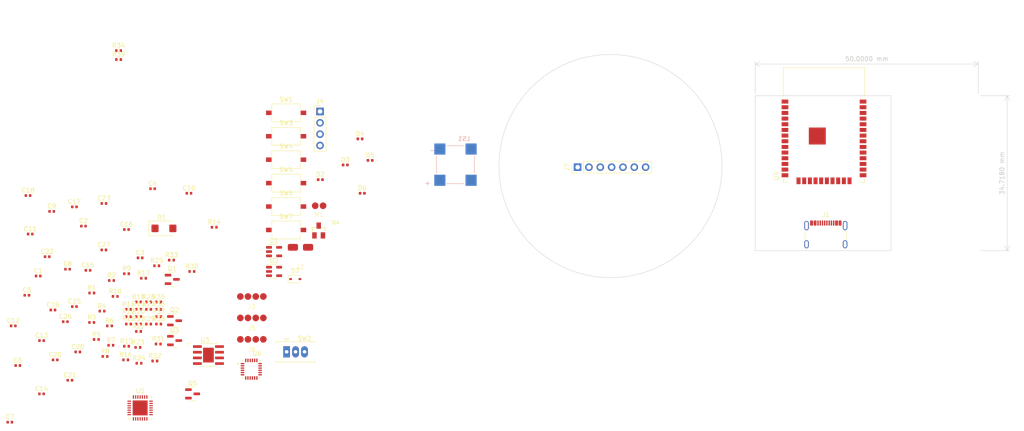
<source format=kicad_pcb>
(kicad_pcb (version 20221018) (generator pcbnew)
  (layers (0 "F.Cu" signal) (1 "In1.Cu" signal) (2 "In2.Cu" signal) (31 "B.Cu" signal) (34 "B.Paste" user) (35 "F.Paste" user) (36 "B.SilkS" user "B.Silkscreen") (37 "F.SilkS" user "F.Silkscreen") (38 "B.Mask" user) (39 "F.Mask" user) (44 "Edge.Cuts" user))
  (net 0 "")
  (net 1 "GND")
  (net 2 "+5V")
  (net 3 "VBUS")
  (net 4 "+3.3V")
  (net 5 "/IO0")
  (net 6 "Net-(U6-REGOUT)")
  (net 7 "Net-(U6-CPOUT)")
  (net 8 "/Mode")
  (net 9 "/Down")
  (net 10 "/Select")
  (net 11 "/Up")
  (net 12 "Net-(D2-A)")
  (net 13 "Net-(D3-K)")
  (net 14 "Net-(D4-K)")
  (net 15 "/RX")
  (net 16 "Net-(D5-A)")
  (net 17 "/TX")
  (net 18 "Net-(D6-A)")
  (net 19 "Net-(J1-CC1)")
  (net 20 "/D+")
  (net 21 "/D-")
  (net 23 "Net-(J1-CC2)")
  (net 25 "+BATT")
  (net 26 "Net-(Q1-G)")
  (net 27 "/27")
  (net 28 "/14")
  (net 29 "/12")
  (net 30 "/SCL")
  (net 31 "/SDA")
  (net 32 "/RX2")
  (net 33 "/TX2")
  (net 37 "Net-(M1-+)")
  (net 38 "Net-(Q2-B)")
  (net 39 "/RTS")
  (net 40 "Net-(Q3-B)")
  (net 41 "/DTR")
  (net 42 "/motor")
  (net 43 "Net-(U3-~{STDBY})")
  (net 44 "Net-(U3-~{CHRG})")
  (net 45 "Net-(U3-PROG)")
  (net 46 "/ADC_Batt")
  (net 47 "Net-(U6-AD0)")
  (net 48 "Net-(SW2-A)")
  (net 49 "/Buzz")
  (net 75 "/EN")
  (net 76 "ENA")
  (net 77 "Net-(Q5-C)")
  (net 78 "Net-(U5-VDD)")
  (net 79 "Net-(U4-VDD)")
  (net 80 "Net-(U6-VDD)")
  (net 81 "Net-(D7-PadC)")
  (net 82 "Net-(Q1-D)")
  (net 83 "Net-(J4-Pin_2)")
  (net 84 "Net-(J5-Pin_4)")
  (net 85 "Net-(Q4-Pad3)")
  (net 86 "Net-(U1-VOUT)")
  (net 87 "Net-(U5-RXD)")
  (net 88 "Net-(U5-TXD)")
  (net 89 "Net-(U5-~{RST})")
  (net 90 "Net-(U5-VBUS)")
  (net 91 "Net-(U3-VCC)")
  (net 110 "Net-(J6-Pin_2)")
  (footprint "Capacitor_SMD:C_0402_1005Metric" (layer "F.Cu") (at 29.464 109.22)
    (fp_text reference "C2" (at 0 -1.16) (layer "F.SilkS"))
    (fp_text value "0.1uF")
    (pad "1" smd roundrect (at -0.48 0) (size 0.56 0.62) (layers "F.Cu" "F.Paste" "F.Mask") (net 1 "GND"))
    (pad "2" smd roundrect (at 0.48 0) (size 0.56 0.62) (layers "F.Cu" "F.Paste" "F.Mask") (net 82 "Net-(Q1-D)"))
  )
  (footprint "Resistor_SMD:R_0402_1005Metric" (layer "F.Cu") (at 41.811 129.521)
    (fp_text reference "R20" (at 0 -1.17) (layer "F.SilkS"))
    (fp_text value "0")
    (pad "1" smd roundrect (at -0.51 0) (size 0.54 0.64) (layers "F.Cu" "F.Paste" "F.Mask") (net 26 "Net-(Q1-G)"))
    (pad "2" smd roundrect (at 0.51 0) (size 0.54 0.64) (layers "F.Cu" "F.Paste" "F.Mask") (net 2 "+5V"))
  )
  (footprint "Resistor_SMD:R_0402_1005Metric" (layer "F.Cu") (at 38.928 139.192)
    (fp_text reference "R16" (at 0 -1.17) (layer "F.SilkS"))
    (fp_text value "1K")
    (pad "1" smd roundrect (at -0.51 0) (size 0.54 0.64) (layers "F.Cu" "F.Paste" "F.Mask") (net 25 "+BATT"))
    (pad "2" smd roundrect (at 0.51 0) (size 0.54 0.64) (layers "F.Cu" "F.Paste" "F.Mask") (net 46 "/ADC_Batt"))
  )
  (footprint "Capacitor_SMD:C_0402_1005Metric" (layer "F.Cu") (at 13.729 131.572)
    (fp_text reference "C12" (at 0 -1.16) (layer "F.SilkS"))
    (fp_text value "0.1uF")
    (pad "1" smd roundrect (at -0.48 0) (size 0.56 0.62) (layers "F.Cu" "F.Paste" "F.Mask") (net 4 "+3.3V"))
    (pad "2" smd roundrect (at 0.48 0) (size 0.56 0.62) (layers "F.Cu" "F.Paste" "F.Mask") (net 1 "GND"))
  )
  (footprint "Resistor_SMD:R_0402_1005Metric" (layer "F.Cu") (at 46.228 135.636)
    (fp_text reference "R31" (at 0 -1.17) (layer "F.SilkS"))
    (fp_text value "220E")
    (pad "1" smd roundrect (at -0.51 0) (size 0.54 0.64) (layers "F.Cu" "F.Paste" "F.Mask") (net 17 "/TX"))
    (pad "2" smd roundrect (at 0.51 0) (size 0.54 0.64) (layers "F.Cu" "F.Paste" "F.Mask") (net 88 "Net-(U5-TXD)"))
  )
  (footprint "Resistor_SMD:R_0402_1005Metric" (layer "F.Cu") (at 37.336 69.892)
    (fp_text reference "R34" (at 0 -1.17) (layer "F.SilkS"))
    (fp_text value "0")
    (pad "1" smd roundrect (at -0.51 0) (size 0.54 0.64) (layers "F.Cu" "F.Paste" "F.Mask") (net 3 "VBUS"))
    (pad "2" smd roundrect (at 0.51 0) (size 0.54 0.64) (layers "F.Cu" "F.Paste" "F.Mask") (net 82 "Net-(Q1-D)"))
  )
  (footprint "Resistor_SMD:R_0402_1005Metric" (layer "F.Cu") (at 42.926 120.904)
    (fp_text reference "R17" (at 0 -1.17) (layer "F.SilkS"))
    (fp_text value "10K")
    (pad "1" smd roundrect (at -0.51 0) (size 0.54 0.64) (layers "F.Cu" "F.Paste" "F.Mask") (net 46 "/ADC_Batt"))
    (pad "2" smd roundrect (at 0.51 0) (size 0.54 0.64) (layers "F.Cu" "F.Paste" "F.Mask") (net 1 "GND"))
  )
  (footprint "LED_SMD:LED_0402_1005Metric" (layer "F.Cu") (at 93.7005 94.488)
    (fp_text reference "D5" (at 0 -1.17) (layer "F.SilkS"))
    (fp_text value "LED")
    (pad "1" smd roundrect (at -0.485 0) (size 0.59 0.64) (layers "F.Cu" "F.Paste" "F.Mask") (net 15 "/RX"))
    (pad "2" smd roundrect (at 0.485 0) (size 0.59 0.64) (layers "F.Cu" "F.Paste" "F.Mask") (net 16 "Net-(D5-A)"))
  )
  (footprint "Package_TO_SOT_SMD:SOT-23" (layer "F.Cu") (at 49.881 130.421)
    (fp_text reference "Q2" (at 0 -2.4) (layer "F.SilkS"))
    (fp_text value "BC817")
    (pad "1" smd roundrect (at -0.9375 -0.95) (size 1.475 0.6) (layers "F.Cu" "F.Paste" "F.Mask") (net 38 "Net-(Q2-B)"))
    (pad "2" smd roundrect (at -0.9375 0.95) (size 1.475 0.6) (layers "F.Cu" "F.Paste" "F.Mask") (net 39 "/RTS"))
    (pad "3" smd roundrect (at 0.9375 0) (size 1.475 0.6) (layers "F.Cu" "F.Paste" "F.Mask") (net 75 "/EN"))
  )
  (footprint "Capacitor_SMD:C_0402_1005Metric" (layer "F.Cu") (at 16.777 124.714)
    (fp_text reference "C5" (at 0 -1.16) (layer "F.SilkS"))
    (fp_text value "0.1uF")
    (pad "1" smd roundrect (at -0.48 0) (size 0.56 0.62) (layers "F.Cu" "F.Paste" "F.Mask") (net 1 "GND"))
    (pad "2" smd roundrect (at 0.48 0) (size 0.56 0.62) (layers "F.Cu" "F.Paste" "F.Mask") (net 3 "VBUS"))
  )
  (footprint "LED_SMD:LED_0402_1005Metric" (layer "F.Cu") (at 88.138 95.504)
    (fp_text reference "D3" (at 0 -1.17) (layer "F.SilkS"))
    (fp_text value "LED")
    (pad "1" smd roundrect (at -0.485 0) (size 0.59 0.64) (layers "F.Cu" "F.Paste" "F.Mask") (net 13 "Net-(D3-K)"))
    (pad "2" smd roundrect (at 0.485 0) (size 0.59 0.64) (layers "F.Cu" "F.Paste" "F.Mask") (net 2 "+5V"))
  )
  (footprint "Capacitor_SMD:C_0402_1005Metric" (layer "F.Cu") (at 44.958 100.838)
    (fp_text reference "C4" (at 0 -1.16) (layer "F.SilkS"))
    (fp_text value "0.1uF")
    (pad "1" smd roundrect (at -0.48 0) (size 0.56 0.62) (layers "F.Cu" "F.Paste" "F.Mask") (net 78 "Net-(U5-VDD)"))
    (pad "2" smd roundrect (at 0.48 0) (size 0.56 0.62) (layers "F.Cu" "F.Paste" "F.Mask") (net 1 "GND"))
  )
  (footprint "Capacitor_SMD:C_0402_1005Metric" (layer "F.Cu") (at 25.4 130.641)
    (fp_text reference "C26" (at 0 -1.16) (layer "F.SilkS"))
    (fp_text value "0.1uF")
    (pad "1" smd roundrect (at -0.48 0) (size 0.56 0.62) (layers "F.Cu" "F.Paste" "F.Mask") (net 1 "GND"))
    (pad "2" smd roundrect (at 0.48 0) (size 0.56 0.62) (layers "F.Cu" "F.Paste" "F.Mask") (net 9 "/Down"))
  )
  (footprint "Resistor_SMD:R_0402_1005Metric" (layer "F.Cu") (at 35.748 121.412)
    (fp_text reference "R2" (at 0 -1.17) (layer "F.SilkS"))
    (fp_text value "5.1K")
    (pad "1" smd roundrect (at -0.51 0) (size 0.54 0.64) (layers "F.Cu" "F.Paste" "F.Mask") (net 19 "Net-(J1-CC1)"))
    (pad "2" smd roundrect (at 0.51 0) (size 0.54 0.64) (layers "F.Cu" "F.Paste" "F.Mask") (net 1 "GND"))
  )
  (footprint "Button_Switch_SMD:P25_DO-214AC_SMA" (layer "F.Cu") (at 45.498 109.728)
    (fp_text reference "D1" (at 1.5 -2.5) (layer "F.SilkS"))
    (fp_text value "SS34")
    (pad "A" smd roundrect (at 0 0) (size 1.6 1.7) (layers "F.Cu" "F.Paste" "F.Mask") (roundrect_rratio 0.1388888889) (net 26 "Net-(Q1-G)"))
    (pad "C" smd roundrect (at 4 0) (size 1.6 1.7) (layers "F.Cu" "F.Paste" "F.Mask") (roundrect_rratio 0.1388888889) (net 82 "Net-(Q1-D)"))
  )
  (footprint "Capacitor_SMD:C_0402_1005Metric" (layer "F.Cu") (at 17.031 102.362)
    (fp_text reference "C18" (at 0 -1.16) (layer "F.SilkS"))
    (fp_text value "0.1uF")
    (pad "1" smd roundrect (at -0.48 0) (size 0.56 0.62) (layers "F.Cu" "F.Paste" "F.Mask") (net 1 "GND"))
    (pad "2" smd roundrect (at 0.48 0) (size 0.56 0.62) (layers "F.Cu" "F.Paste" "F.Mask") (net 4 "+3.3V"))
  )
  (footprint "Package_TO_SOT_SMD:SOT-23-5" (layer "F.Cu") (at 72.181 119.381)
    (fp_text reference "U2" (at 0 -2.4) (layer "F.SilkS"))
    (fp_text value "AP2112K-3.3")
    (pad "1" smd roundrect (at -1.1375 -0.95) (size 1.325 0.6) (layers "F.Cu" "F.Paste" "F.Mask") (net 3 "VBUS"))
    (pad "2" smd roundrect (at -1.1375 0) (size 1.325 0.6) (layers "F.Cu" "F.Paste" "F.Mask") (net 1 "GND"))
    (pad "3" smd roundrect (at -1.1375 0.95) (size 1.325 0.6) (layers "F.Cu" "F.Paste" "F.Mask") (net 76 "ENA"))
    (pad "4" smd roundrect (at 1.1375 0.95) (size 1.325 0.6) (layers "F.Cu" "F.Paste" "F.Mask"))
    (pad "5" smd roundrect (at 1.1375 -0.95) (size 1.325 0.6) (layers "F.Cu" "F.Paste" "F.Mask") (net 86 "Net-(U1-VOUT)"))
  )
  (footprint "Connector_USB:USB_C_Receptacle_GCT_USB4105-xx-A_16P_TopMnt_Horizontal" (layer "F.Cu") (at 195.832 112.209)
    (fp_text reference "J1" (at 0 -5.5 unlocked) (layer "F.SilkS"))
    (fp_text value "USB_C_Receptacle_USB2.0_16P")
    (pad "" np_thru_hole circle (at -2.89 -2.605) (size 0.65 0.65) (drill 0.65) (layers "F&B.Cu" "*.Mask"))
    (pad "" np_thru_hole circle (at 2.89 -2.605) (size 0.65 0.65) (drill 0.65) (layers "F&B.Cu" "*.Mask"))
    (pad "A1" smd roundrect (at -3.2 -3.68) (size 0.6 1.15) (layers "F.Cu" "F.Paste" "F.Mask") (net 1 "GND"))
    (pad "A4" smd roundrect (at -2.4 -3.68) (size 0.6 1.15) (layers "F.Cu" "F.Paste" "F.Mask") (net 2 "+5V"))
    (pad "A5" smd roundrect (at -1.25 -3.68) (size 0.3 1.15) (layers "F.Cu" "F.Paste" "F.Mask") (net 19 "Net-(J1-CC1)"))
    (pad "A6" smd roundrect (at -0.25 -3.68) (size 0.3 1.15) (layers "F.Cu" "F.Paste" "F.Mask") (net 20 "/D+"))
    (pad "A7" smd roundrect (at 0.25 -3.68) (size 0.3 1.15) (layers "F.Cu" "F.Paste" "F.Mask") (net 21 "/D-"))
    (pad "A8" smd roundrect (at 1.25 -3.68) (size 0.3 1.15) (layers "F.Cu" "F.Paste" "F.Mask"))
    (pad "A9" smd roundrect (at 2.4 -3.68) (size 0.6 1.15) (layers "F.Cu" "F.Paste" "F.Mask") (net 2 "+5V"))
    (pad "A12" smd roundrect (at 3.2 -3.68) (size 0.6 1.15) (layers "F.Cu" "F.Paste" "F.Mask") (net 1 "GND"))
    (pad "B1" smd roundrect (at 3.2 -3.68) (size 0.6 1.15) (layers "F.Cu" "F.Paste" "F.Mask") (net 1 "GND"))
    (pad "B4" smd roundrect (at 2.4 -3.68) (size 0.6 1.15) (layers "F.Cu" "F.Paste" "F.Mask") (net 2 "+5V"))
    (pad "B5" smd roundrect (at 1.75 -3.68) (size 0.3 1.15) (layers "F.Cu" "F.Paste" "F.Mask") (net 23 "Net-(J1-CC2)"))
    (pad "B6" smd roundrect (at 0.75 -3.68) (size 0.3 1.15) (layers "F.Cu" "F.Paste" "F.Mask") (net 20 "/D+"))
    (pad "B7" smd roundrect (at -0.75 -3.68) (size 0.3 1.15) (layers "F.Cu" "F.Paste" "F.Mask") (net 21 "/D-"))
    (pad "B8" smd roundrect (at -1.75 -3.68) (size 0.3 1.15) (layers "F.Cu" "F.Paste" "F.Mask"))
    (pad "B9" smd roundrect (at -2.4 -3.68) (size 0.6 1.15) (layers "F.Cu" "F.Paste" "F.Mask") (net 2 "+5V"))
    (pad "B12" smd roundrect (at -3.2 -3.68) (size 0.6 1.15) (layers "F.Cu" "F.Paste" "F.Mask") (net 1 "GND"))
    (pad "S1" thru_hole oval (at -4.32 -3.105) (size 1 2.1) (drill oval 0.6 1.7) (layers "*.Cu" "*.Mask" "F.Paste") (net 1 "GND"))
    (pad "S1" thru_hole oval (at -4.32 1.075) (size 1 1.8) (drill oval 0.6 1.4) (layers "*.Cu" "*.Mask" "F.Paste") (net 1 "GND"))
    (pad "S1" thru_hole oval (at 4.32 -3.105) (size 1 2.1) (drill oval 0.6 1.7) (layers "*.Cu" "*.Mask" "F.Paste") (net 1 "GND"))
    (pad "S1" thru_hole oval (at 4.32 1.075) (size 1 1.8) (drill oval 0.6 1.4) (layers "*.Cu" "*.Mask" "F.Paste") (net 1 "GND"))
  )
  (footprint "Resistor_SMD:R_0402_1005Metric" (layer "F.Cu") (at 39.561 129.521)
    (fp_text reference "R12" (at 0 -1.17) (layer "F.SilkS"))
    (fp_text value "1K")
    (pad "1" smd roundrect (at -0.51 0) (size 0.54 0.64) (layers "F.Cu" "F.Paste" "F.Mask") (net 75 "/EN"))
    (pad "2" smd roundrect (at 0.51 0) (size 0.54 0.64) (layers "F.Cu" "F.Paste" "F.Mask") (net 4 "+3.3V"))
  )
  (footprint "Resistor_SMD:R_0402_1005Metric" (layer "F.Cu") (at 39.116 136.144)
    (fp_text reference "R15" (at 0 -1.17) (layer "F.SilkS"))
    (fp_text value "1K")
    (pad "1" smd roundrect (at -0.51 0) (size 0.54 0.64) (layers "F.Cu" "F.Paste" "F.Mask") (net 4 "+3.3V"))
    (pad "2" smd roundrect (at 0.51 0) (size 0.54 0.64) (layers "F.Cu" "F.Paste" "F.Mask") (net 30 "/SCL"))
  )
  (footprint "LED_SMD:LED_0402_1005Metric" (layer "F.Cu") (at 82.55 98.806)
    (fp_text reference "D2" (at 0 -1.17) (layer "F.SilkS"))
    (fp_text value "LED")
    (pad "1" smd roundrect (at -0.485 0) (size 0.59 0.64) (layers "F.Cu" "F.Paste" "F.Mask") (net 1 "GND"))
    (pad "2" smd roundrect (at 0.485 0) (size 0.59 0.64) (layers "F.Cu" "F.Paste" "F.Mask") (net 12 "Net-(D2-A)"))
  )
  (footprint "Button_Switch_SMD:SW_Tactile_SPST_NO_Straight_CK_PTS636Sx25SMTRLFS" (layer "F.Cu") (at 74.881 89.081)
    (fp_text reference "SW3" (at 0 -3 unlocked) (layer "F.SilkS"))
    (fp_text value "SW_DPST_x2")
    (pad "1" smd rect (at -3.875 0) (size 1.25 1) (layers "F.Cu" "F.Paste" "F.Mask") (net 1 "GND"))
    (pad "2" smd rect (at 3.875 0) (size 1.25 1) (layers "F.Cu" "F.Paste" "F.Mask") (net 5 "/IO0"))
  )
  (footprint "Capacitor_SMD:C_0402_1005Metric" (layer "F.Cu") (at 53.099 101.854)
    (fp_text reference "C10" (at 0 -1.16) (layer "F.SilkS"))
    (fp_text value "0.1uF")
    (pad "1" smd roundrect (at -0.48 0) (size 0.56 0.62) (layers "F.Cu" "F.Paste" "F.Mask") (net 4 "+3.3V"))
    (pad "2" smd roundrect (at 0.48 0) (size 0.56 0.62) (layers "F.Cu" "F.Paste" "F.Mask") (net 1 "GND"))
  )
  (footprint "Resistor_SMD:R_0402_1005Metric" (layer "F.Cu") (at 39.561 131.171)
    (fp_text reference "R13" (at 0 -1.17) (layer "F.SilkS"))
    (fp_text value "1K")
    (pad "1" smd roundrect (at -0.51 0) (size 0.54 0.64) (layers "F.Cu" "F.Paste" "F.Mask") (net 5 "/IO0"))
    (pad "2" smd roundrect (at 0.51 0) (size 0.54 0.64) (layers "F.Cu" "F.Paste" "F.Mask") (net 4 "+3.3V"))
  )
  (footprint "Capacitor_SMD:C_0402_1005Metric" (layer "F.Cu") (at 27.432 127.254)
    (fp_text reference "C25" (at 0 -1.16) (layer "F.SilkS"))
    (fp_text value "0.1uF")
    (pad "1" smd roundrect (at -0.48 0) (size 0.56 0.62) (layers "F.Cu" "F.Paste" "F.Mask") (net 1 "GND"))
    (pad "2" smd roundrect (at 0.48 0) (size 0.56 0.62) (layers "F.Cu" "F.Paste" "F.Mask") (net 8 "/Mode"))
  )
  (footprint "Diode_SMD:D_SOD-323" (layer "F.Cu") (at 76.926 121.091)
    (fp_text reference "D7" (at 0 -1.85) (layer "F.SilkS"))
    (fp_text value "1N4148")
    (pad "A" smd roundrect (at -1.05 0) (size 0.6 0.45) (layers "F.Cu" "F.Paste" "F.Mask") (net 77 "Net-(Q5-C)"))
    (pad "C" smd roundrect (at 1.05 0) (size 0.6 0.45) (layers "F.Cu" "F.Paste" "F.Mask") (net 81 "Net-(D7-PadC)"))
  )
  (footprint "Capacitor_SMD:C_0402_1005Metric" (layer "F.Cu") (at 22.339 105.918)
    (fp_text reference "C9" (at 0 -1.16) (layer "F.SilkS"))
    (fp_text value "0.1uF")
    (pad "1" smd roundrect (at -0.48 0) (size 0.56 0.62) (layers "F.Cu" "F.Paste" "F.Mask") (net 1 "GND"))
    (pad "2" smd roundrect (at 0.48 0) (size 0.56 0.62) (layers "F.Cu" "F.Paste" "F.Mask") (net 79 "Net-(U4-VDD)"))
  )
  (footprint "Capacitor_SMD:C_0402_1005Metric" (layer "F.Cu") (at 26.416 143.764)
    (fp_text reference "C21" (at 0 -1.16) (layer "F.SilkS"))
    (fp_text value "0.1uF")
    (pad "1" smd roundrect (at -0.48 0) (size 0.56 0.62) (layers "F.Cu" "F.Paste" "F.Mask") (net 80 "Net-(U6-VDD)"))
    (pad "2" smd roundrect (at 0.48 0) (size 0.56 0.62) (layers "F.Cu" "F.Paste" "F.Mask") (net 1 "GND"))
  )
  (footprint "Capacitor_SMD:C_0402_1005Metric" (layer "F.Cu") (at 39.103 109.982)
    (fp_text reference "C16" (at 0 -1.16) (layer "F.SilkS"))
    (fp_text value "0.1uF")
    (pad "1" smd roundrect (at -0.48 0) (size 0.56 0.62) (layers "F.Cu" "F.Paste" "F.Mask") (net 3 "VBUS"))
    (pad "2" smd roundrect (at 0.48 0) (size 0.56 0.62) (layers "F.Cu" "F.Paste" "F.Mask") (net 1 "GND"))
  )
  (footprint "Capacitor_SMD:C_0402_1005Metric" (layer "F.Cu") (at 14.745 140.462)
    (fp_text reference "C6" (at 0 -1.16) (layer "F.SilkS"))
    (fp_text value "0.1uF")
    (pad "1" smd roundrect (at -0.48 0) (size 0.56 0.62) (layers "F.Cu" "F.Paste" "F.Mask") (net 1 "GND"))
    (pad "2" smd roundrect (at 0.48 0) (size 0.56 0.62) (layers "F.Cu" "F.Paste" "F.Mask") (net 3 "VBUS"))
  )
  (footprint "LED_SMD:LED_0402_1005Metric" (layer "F.Cu") (at 91.44 89.662)
    (fp_text reference "D4" (at 0 -1.17) (layer "F.SilkS"))
    (fp_text value "LED")
    (pad "1" smd roundrect (at -0.485 0) (size 0.59 0.64) (layers "F.Cu" "F.Paste" "F.Mask") (net 14 "Net-(D4-K)"))
    (pad "2" smd roundrect (at 0.485 0) (size 0.59 0.64) (layers "F.Cu" "F.Paste" "F.Mask") (net 2 "+5V"))
  )
  (footprint "Button_Switch_SMD:solder_pad_4" (layer "F.Cu") (at 67.176 137.396)
    (fp_text reference "J6" (at 0 -0.5 unlocked) (layer "F.SilkS") (effects (font (thickness 0.1))))
    (fp_text value "Peripheral")
    (pad "1" smd circle (at -2.55 -2.8) (size 1.5 1.5) (layers "F.Cu" "F.Paste" "F.Mask") (net 1 "GND"))
    (pad "2" smd circle (at -0.85 -2.8) (size 1.5 1.5) (layers "F.Cu" "F.Paste" "F.Mask") (net 110 "Net-(J6-Pin_2)"))
    (pad "3" smd circle (at 0.9 -2.8) (size 1.5 1.5) (layers "F.Cu" "F.Paste" "F.Mask") (net 30 "/SCL"))
    (pad "4" smd circle (at 2.6 -2.8) (size 1.5 1.5) (layers "F.Cu" "F.Paste" "F.Mask") (net 31 "/SDA"))
  )
  (footprint "Connector_PinHeader_2.54mm:PinHeader_1x04_P2.54mm_Vertical" (layer "F.Cu") (at 82.481 83.531)
    (fp_text reference "J4" (at 0 -2.33) (layer "F.SilkS"))
    (fp_text value "OLED")
    (pad "1" thru_hole rect (at 0 0) (size 1.7 1.7) (drill 1) (layers "*.Cu" "*.Mask") (net 1 "GND"))
    (pad "2" thru_hole oval (at 0 2.54) (size 1.7 1.7) (drill 1) (layers "*.Cu" "*.Mask") (net 83 "Net-(J4-Pin_2)"))
    (pad "3" thru_hole oval (at 0 5.08) (size 1.7 1.7) (drill 1) (layers "*.Cu" "*.Mask") (net 30 "/SCL"))
    (pad "4" thru_hole oval (at 0 7.62) (size 1.7 1.7) (drill 1) (layers "*.Cu" "*.Mask") (net 31 "/SDA"))
  )
  (footprint "Capacitor_SMD:C_0402_1005Metric" (layer "F.Cu") (at 42.164 116.332)
    (fp_text reference "C3" (at 0 -1.16) (layer "F.SilkS"))
    (fp_text value "0.1uF")
    (pad "1" smd roundrect (at -0.48 0) (size 0.56 0.62) (layers "F.Cu" "F.Paste" "F.Mask") (net 1 "GND"))
    (pad "2" smd roundrect (at 0.48 0) (size 0.56 0.62) (layers "F.Cu" "F.Paste" "F.Mask") (net 26 "Net-(Q1-G)"))
  )
  (footprint "Resistor_SMD:R_0402_1005Metric" (layer "F.Cu") (at 31.333 124.206)
    (fp_text reference "R1" (at 0 -1.17) (layer "F.SilkS"))
    (fp_text value "5.1K")
    (pad "1" smd roundrect (at -0.51 0) (size 0.54 0.64) (layers "F.Cu" "F.Paste" "F.Mask") (net 23 "Net-(J1-CC2)"))
    (pad "2" smd roundrect (at 0.51 0) (size 0.54 0.64) (layers "F.Cu" "F.Paste" "F.Mask") (net 1 "GND"))
  )
  (footprint "Resistor_SMD:R_0402_1005Metric" (layer "F.Cu") (at 41.811 132.821)
    (fp_text reference "R22" (at 0 -1.17) (layer "F.SilkS"))
    (fp_text value "1K")
    (pad "1" smd roundrect (at -0.51 0) (size 0.54 0.64) (layers "F.Cu" "F.Paste" "F.Mask") (net 9 "/Down"))
    (pad "2" smd roundrect (at 0.51 0) (size 0.54 0.64) (layers "F.Cu" "F.Paste" "F.Mask") (net 4 "+3.3V"))
  )
  (footprint "Resistor_SMD:R_0402_1005Metric" (layer "F.Cu") (at 35.596 135.924)
    (fp_text reference "R7" (at 0 -1.17) (layer "F.SilkS"))
    (fp_text value "1K")
    (pad "1" smd roundrect (at -0.51 0) (size 0.54 0.64) (layers "F.Cu" "F.Paste" "F.Mask") (net 1 "GND"))
    (pad "2" smd roundrect (at 0.51 0) (size 0.54 0.64) (layers "F.Cu" "F.Paste" "F.Mask") (net 45 "Net-(U3-PROG)"))
  )
  (footprint "Capacitor_SMD:C_0402_1005Metric" (layer "F.Cu") (at 27.432 104.902)
    (fp_text reference "C17" (at 0 -1.16) (layer "F.SilkS"))
    (fp_text value "0.1uF")
    (pad "1" smd roundrect (at -0.48 0) (size 0.56 0.62) (layers "F.Cu" "F.Paste" "F.Mask") (net 1 "GND"))
    (pad "2" smd roundrect (at 0.48 0) (size 0.56 0.62) (layers "F.Cu" "F.Paste" "F.Mask") (net 4 "+3.3V"))
  )
  (footprint "Resistor_SMD:R_0402_1005Metric" (layer "F.Cu") (at 39.561 127.871)
    (fp_text reference "R11" (at 0 -1.17) (layer "F.SilkS"))
    (fp_text value "150E")
    (pad "1" smd roundrect (at -0.51 0) (size 0.54 0.64) (layers "F.Cu" "F.Paste" "F.Mask") (net 4 "+3.3V"))
    (pad "2" smd roundrect (at 0.51 0) (size 0.54 0.64) (layers "F.Cu" "F.Paste" "F.Mask") (net 18 "Net-(D6-A)"))
  )
  (footprint "Resistor_SMD:R_0402_1005Metric" (layer "F.Cu") (at 41.656 136.398)
    (fp_text reference "R23" (at 0 -1.17) (layer "F.SilkS"))
    (fp_text value "1K")
    (pad "1" smd roundrect (at -0.51 0) (size 0.54 0.64) (layers "F.Cu" "F.Paste" "F.Mask") (net 10 "/Select"))
    (pad "2" smd roundrect (at 0.51 0) (size 0.54 0.64) (layers "F.Cu" "F.Paste" "F.Mask") (net 4 "+3.3V"))
  )
  (footprint "Package_TO_SOT_SMD:SOT-23" (layer "F.Cu") (at 49.3545 121.158)
    (fp_text reference "Q1" (at 0 -2.4) (layer "F.SilkS"))
    (fp_text value "AO3401A")
    (pad "1" smd roundrect (at -0.9375 -0.95) (size 1.475 0.6) (layers "F.Cu" "F.Paste" "F.Mask") (net 26 "Net-(Q1-G)"))
    (pad "2" smd roundrect (at -0.9375 0.95) (size 1.475 0.6) (layers "F.Cu" "F.Paste" "F.Mask") (net 25 "+BATT"))
    (pad "3" smd roundrect (at 0.9375 0) (size 1.475 0.6) (layers "F.Cu" "F.Paste" "F.Mask") (net 82 "Net-(Q1-D)"))
  )
  (footprint "Button_Switch_SMD:QFN50P400X400X95-24N" (layer "F.Cu") (at 67.076 141.286)
    (fp_text reference "U6" (at 1.27 -3.4925) (layer "F.SilkS"))
    (fp_text value "MPU-6050")
    (pad "1" smd rect (at -1.97 -1.25) (size 0.79 0.28) (layers "F.Cu" "F.Paste" "F.Mask") (net 1 "GND"))
    (pad "2" smd rect (at -1.97 -0.75) (size 0.79 0.28) (layers "F.Cu" "F.Paste" "F.Mask"))
    (pad "3" smd rect (at -1.97 -0.25) (size 0.79 0.28) (layers "F.Cu" "F.Paste" "F.Mask"))
    (pad "4" smd rect (at -1.97 0.25) (size 0.79 0.28) (layers "F.Cu" "F.Paste" "F.Mask"))
    (pad "5" smd rect (at -1.97 0.75) (size 0.79 0.28) (layers "F.Cu" "F.Paste" "F.Mask"))
    (pad "6" smd rect (at -1.97 1.25) (size 0.79 0.28) (layers "F.Cu" "F.Paste" "F.Mask"))
    (pad "7" smd rect (at -1.25 1.97) (size 0.28 0.79) (layers "F.Cu" "F.Paste" "F.Mask"))
    (pad "8" smd rect (at -0.75 1.97) (size 0.28 0.79) (layers "F.Cu" "F.Paste" "F.Mask") (net 80 "Net-(U6-VDD)"))
    (pad "9" smd rect (at -0.25 1.97) (size 0.28 0.79) (layers "F.Cu" "F.Paste" "F.Mask") (net 47 "Net-(U6-AD0)"))
    (pad "10" smd rect (at 0.25 1.97) (size 0.28 0.79) (layers "F.Cu" "F.Paste" "F.Mask") (net 6 "Net-(U6-REGOUT)"))
    (pad "11" smd rect (at 0.75 1.97) (size 0.28 0.79) (layers "F.Cu" "F.Paste" "F.Mask") (net 1 "GND"))
    (pad "12" smd rect (at 1.25 1.97) (size 0.28 0.79) (layers "F.Cu" "F.Paste" "F.Mask"))
    (pad "13" smd rect (at 1.97 1.25) (size 0.79 0.28) (layers "F.Cu" "F.Paste" "F.Mask") (net 80 "Net-(U6-VDD)"))
    (pad "14" smd rect (at 1.97 0.75) (size 0.79 0.28) (layers "F.Cu" "F.Paste" "F.Mask"))
    (pad "15" smd rect (at 1.97 0.25) (size 0.79 0.28) (layers "F.Cu" "F.Paste" "F.Mask"))
    (pad "16" smd rect (at 1.97 -0.25) (size 0.79 0.28) (layers "F.Cu" "F.Paste" "F.Mask"))
    (pad "17" smd rect (at 1.97 -0.75) (size 0.79 0.28) (layers "F.Cu" "F.Paste" "F.Mask"))
    (pad "18" smd rect (at 1.97 -1.25) (size 0.79 0.28) (layers "F.Cu" "F.Paste" "F.Mask") (net 1 "GND"))
    (pad "19" smd rect (at 1.25 -1.97) (size 0.28 0.79) (layers "F.Cu" "F.Paste" "F.Mask"))
    (pad "20" smd rect (at 0.75 -1.97) (size 0.28 0.79) (layers "F.Cu" "F.Paste" "F.Mask") (net 7 "Net-(U6-CPOUT)"))
    (pad "21" smd rect (at 0.25 -1.97) (size 0.28 0.79) (layers "F.Cu" "F.Paste" "F.Mask"))
    (pad "22" smd rect (at -0.25 -1.97) (size 0.28 0.79) (layers "F.Cu" "F.Paste" "F.Mask"))
    (pad "23" smd rect (at -0.75 -1.97) (size 0.28 0.79) (layers "F.Cu" "F.Paste" "F.Mask") (net 30 "/SCL"))
    (pad "24" smd rect (at -1.25 -1.97) (size 0.28 0.79) (layers "F.Cu" "F.Paste" "F.Mask") (net 31 "/SDA"))
  )
  (footprint "Package_TO_SOT_SMD:SOT-23" (layer "F.Cu") (at 53.9265 146.812)
    (fp_text reference "Q5" (at 0 -2.4) (layer "F.SilkS"))
    (fp_text value "BC847")
    (pad "1" smd roundrect (at -0.9375 -0.95) (size 1.475 0.6) (layers "F.Cu" "F.Paste" "F.Mask") (net 49 "/Buzz"))
    (pad "2" smd roundrect (at -0.9375 0.95) (size 1.475 0.6) (layers "F.Cu" "F.Paste" "F.Mask") (net 1 "GND"))
    (pad "3" smd roundrect (at 0.9375 0) (size 1.475 0.6) (layers "F.Cu" "F.Paste" "F.Mask") (net 77 "Net-(Q5-C)"))
  )
  (footprint "Button_Switch_SMD:SW_Tactile_SPST_NO_Straight_CK_PTS636Sx25SMTRLFS" (layer "F.Cu") (at 74.881 94.331)
    (fp_text reference "SW4" (at 0 -3 unlocked) (layer "F.SilkS"))
    (fp_text value "Select")
    (pad "1" smd rect (at -3.875 0) (size 1.25 1) (layers "F.Cu" "F.Paste" "F.Mask") (net 8 "/Mode"))
    (pad "2" smd rect (at 3.875 0) (size 1.25 1) (layers "F.Cu" "F.Paste" "F.Mask") (net 1 "GND"))
  )
  (footprint "Resistor_SMD:R_0402_1005Metric" (layer "F.Cu") (at 46.311 126.221)
    (fp_text reference "R35" (at 0 -1.17) (layer "F.SilkS"))
    (fp_text value "0")
    (pad "1" smd roundrect (at -0.51 0) (size 0.54 0.64) (layers "F.Cu" "F.Paste" "F.Mask") (net 79 "Net-(U4-VDD)"))
    (pad "2" smd roundrect (at 0.51 0) (size 0.54 0.64) (layers "F.Cu" "F.Paste" "F.Mask") (net 4 "+3.3V"))
  )
  (footprint "Package_TO_SOT_SMD:SOT-23-5" (layer "F.Cu") (at 72.181 114.931)
    (fp_text reference "U1" (at 0 -2.4) (layer "F.SilkS"))
    (fp_text value "AP2112K-3.3")
    (pad "1" smd roundrect (at -1.1375 -0.95) (size 1.325 0.6) (layers "F.Cu" "F.Paste" "F.Mask") (net 3 "VBUS"))
    (pad "2" smd roundrect (at -1.1375 0) (size 1.325 0.6) (layers "F.Cu" "F.Paste" "F.Mask") (net 1 "GND"))
    (pad "3" smd roundrect (at -1.1375 0.95) (size 1.325 0.6) (layers "F.Cu" "F.Paste" "F.Mask") (net 76 "ENA"))
    (pad "4" smd roundrect (at 1.1375 0.95) (size 1.325 0.6) (layers "F.Cu" "F.Paste" "F.Mask"))
    (pad "5" smd roundrect (at 1.1375 -0.95) (size 1.325 0.6) (layers "F.Cu" "F.Paste" "F.Mask") (net 86 "Net-(U1-VOUT)"))
  )
  (footprint "Button_Switch_SMD:solder_pad_batt" (layer "F.Cu") (at 78.049 118.868)
    (fp_text reference "J2" (at 0 -0.5 unlocked) (layer "F.SilkS") (effects (font (thickness 0.1))))
    (fp_text value "Screw_Terminal")
    (pad "1" smd roundrect (at 1.75 -4.9) (size 2.286 1.524) (layers "F.Cu" "F.Paste" "F.Mask") (net 25 "+BATT"))
    (pad "2" smd roundrect (at -1.65 -4.9) (size 2.286 1.524) (layers "F.Cu" "F.Paste" "F.Mask") (net 1 "GND"))
  )
  (footprint "Resistor_SMD:R_0402_1005Metric" (layer "F.Cu") (at 41.91 139.954)
    (fp_text reference "R24" (at 0 -1.17) (layer "F.SilkS"))
    (fp_text value "1K")
    (pad "1" smd roundrect (at -0.51 0) (size 0.54 0.64) (layers "F.Cu" "F.Paste" "F.Mask") (net 11 "/Up"))
    (pad "2" smd roundrect (at 0.51 0) (size 0.54 0.64) (layers "F.Cu" "F.Paste" "F.Mask") (net 4 "+3.3V"))
  )
  (footprint "Resistor_SMD:R_0402_1005Metric" (layer "F.Cu") (at 44.061 127.871)
    (fp_text reference "R27" (at 0 -1.17) (layer "F.SilkS"))
    (fp_text value "0")
    (pad "1" smd roundrect (at -0.51 0) (size 0.54 0.64) (layers "F.Cu" "F.Paste" "F.Mask") (net 4 "+3.3V"))
    (pad "2" smd roundrect (at 0.51 0) (size 0.54 0.64) (layers "F.Cu" "F.Paste" "F.Mask") (net 85 "Net-(Q4-Pad3)"))
  )
  (footprint "Resistor_SMD:R_0402_1005Metric" (layer "F.Cu") (at 31.308 130.81)
    (fp_text reference "R3" (at 0 -1.17) (layer "F.SilkS"))
    (fp_text value "100K")
    (pad "1" smd roundrect (at -0.51 0) (size 0.54 0.64) (layers "F.Cu" "F.Paste" "F.Mask") (net 26 "Net-(Q1-G)"))
    (pad "2" smd roundrect (at 0.51 0) (size 0.54 0.64) (layers "F.Cu" "F.Paste" "F.Mask") (net 1 "GND"))
  )
  (footprint "Capacitor_SMD:C_0402_1005Metric" (layer "F.Cu") (at 28.194 137.414)
    (fp_text reference "C28" (at 0 -1.16) (layer "F.SilkS"))
    (fp_text value "0.1uF")
    (pad "1" smd roundrect (at -0.48 0) (size 0.56 0.62) (layers "F.Cu" "F.Paste" "F.Mask") (net 1 "GND"))
    (pad "2" smd roundrect (at 0.48 0) (size 0.56 0.62) (layers "F.Cu" "F.Paste" "F.Mask") (net 11 "/Up"))
  )
  (footprint "Button_Switch_THT:SW_Slide_1P2T_CK_OS102011MS2Q" (layer "F.Cu") (at 75.001 137.396)
    (fp_text reference "SW2" (at 3.99 -2.99) (layer "F.SilkS"))
    (fp_text value "SW_SPDT")
    (pad "1" thru_hole rect (at 0 0) (size 1.5 2.5) (drill 0.8) (layers "*.Cu" "*.Mask") (net 48 "Net-(SW2-A)"))
    (pad "2" thru_hole oval (at 2 0) (size 1.5 2.5) (drill 0.8) (layers "*.Cu" "*.Mask") (net 3 "VBUS"))
    (pad "3" thru_hole oval (at 4 0) (size 1.5 2.5) (drill 0.8) (layers "*.Cu" "*.Mask"))
  )
  (footprint "Resistor_SMD:R_0402_1005Metric" (layer "F.Cu") (at 45.466 139.446)
    (fp_text reference "R32" (at 0 -1.17) (layer "F.SilkS"))
    (fp_text value "4.7K")
    (pad "1" smd roundrect (at -0.51 0) (size 0.54 0.64) (layers "F.Cu" "F.Paste" "F.Mask") (net 78 "Net-(U5-VDD)"))
    (pad "2" smd roundrect (at 0.51 0) (size 0.54 0.64) (layers "F.Cu" "F.Paste" "F.Mask") (net 89 "Net-(U5-~{RST})"))
  )
  (footprint "Capacitor_SMD:C_0402_1005Metric" (layer "F.Cu") (at 20.066 146.812)
    (fp_text reference "C14" (at 0 -1.16) (layer "F.SilkS"))
    (fp_text value "0.1uF")
    (pad "1" smd roundrect (at -0.48 0) (size 0.56 0.62) (layers "F.Cu" "F.Paste" "F.Mask") (net 4 "+3.3V"))
    (pad "2" smd roundrect (at 0.48 0) (size 0.56 0.62) (layers "F.Cu" "F.Paste" "F.Mask") (net 1 "GND"))
  )
  (footprint "Button_Switch_SMD:solder_motor" (layer "F.Cu") (at 82.256 107.156)
    (fp_text reference "M1" (at 0 -0.5 unlocked) (layer "F.SilkS") (effects (font (thickness 0.1))))
    (fp_text value "Motor_DC")
    (pad "1" smd circle (at -0.85 -2.5) (size 1.5 1.5) (layers "F.Cu" "F.Paste" "F.Mask") (net 37 "Net-(M1-+)"))
    (pad "2" smd circle (at 0.9 -2.5) (size 1.5 1.5) (layers "F.Cu" "F.Paste" "F.Mask") (net 1 "GND"))
  )
  (footprint "Resistor_SMD:R_0402_1005Metric" (layer "F.Cu") (at 41.811 126.221)
    (fp_text reference "R18" (at 0 -1.17) (layer "F.SilkS"))
    (fp_text value "1K")
    (pad "1" smd roundrect (at -0.51 0) (size 0.54 0.64) (layers "F.Cu" "F.Paste" "F.Mask") (net 47 "Net-(U6-AD0)"))
    (pad "2" smd roundrect (at 0.51 0) (size 0.54 0.64) (layers "F.Cu" "F.Paste" "F.Mask") (net 1 "GND"))
  )
  (footprint "Button_Switch_SMD:solder_pad_4" (layer "F.Cu") (at 67.176 127.796)
    (fp_text reference "J3" (at 0 -0.5 unlocked) (layer "F.SilkS") (effects (font (thickness 0.1))))
    (fp_text value "Peripheral")
    (pad "1" smd circle (at -2.55 -2.8) (size 1.5 1.5) (layers "F.Cu" "F.Paste" "F.Mask") (net 1 "GND"))
    (pad "2" smd circle (at -0.85 -2.8) (size 1.5 1.5) (layers "F.Cu" "F.Paste" "F.Mask") (net 27 "/27"))
    (pad "3" smd circle (at 0.9 -2.8) (size 1.5 1.5) (layers "F.Cu" "F.Paste" "F.Mask") (net 28 "/14"))
    (pad "4" smd circle (at 2.6 -2.8) (size 1.5 1.5) (layers "F.Cu" "F.Paste" "F.Mask") (net 29 "/12"))
  )
  (footprint "Resistor_SMD:R_0402_1005Metric" (layer "F.Cu") (at 45.883 118.11)
    (fp_text reference "R25" (at 0 -1.17) (layer "F.SilkS"))
    (fp_text value "0")
    (pad "1" smd roundrect (at -0.51 0) (size 0.54 0.64) (layers "F.Cu" "F.Paste" "F.Mask") (net 4 "+3.3V"))
    (pad "2" smd roundrect (at 0.51 0) (size 0.54 0.64) (layers "F.Cu" "F.Paste" "F.Mask") (net 86 "Net-(U1-VOUT)"))
  )
  (footprint "RF_Module:ESP32-WROOM-32D" (layer "F.Cu") (at 195.426 89.56)
    (fp_text reference "U4" (at -10.61 8.43 90) (layer "F.SilkS"))
    (fp_text value "ESP32-WROOM-32D")
    (pad "1" smd rect (at -8.75 -8.25) (size 1.5 0.9) (layers "F.Cu" "F.Paste" "F.Mask") (net 1 "GND"))
    (pad "2" smd rect (at -8.75 -6.98) (size 1.5 0.9) (layers "F.Cu" "F.Paste" "F.Mask") (net 79 "Net-(U4-VDD)"))
    (pad "3" smd rect (at -8.75 -5.71) (size 1.5 0.9) (layers "F.Cu" "F.Paste" "F.Mask") (net 75 "/EN"))
    (pad "4" smd rect (at -8.75 -4.44) (size 1.5 0.9) (layers "F.Cu" "F.Paste" "F.Mask"))
    (pad "5" smd rect (at -8.75 -3.17) (size 1.5 0.9) (layers "F.Cu" "F.Paste" "F.Mask"))
    (pad "6" smd rect (at -8.75 -1.9) (size 1.5 0.9) (layers "F.Cu" "F.Paste" "F.Mask"))
    (pad "7" smd rect (at -8.75 -0.63) (size 1.5 0.9) (layers "F.Cu" "F.Paste" "F.Mask") (net 46 "/ADC_Batt"))
    (pad "8" smd rect (at -8.75 0.64) (size 1.5 0.9) (layers "F.Cu" "F.Paste" "F.Mask") (net 10 "/Select"))
    (pad "9" smd rect (at -8.75 1.91) (size 1.5 0.9) (layers "F.Cu" "F.Paste" "F.Mask") (net 11 "/Up"))
    (pad "10" smd rect (at -8.75 3.18) (size 1.5 0.9) (layers "F.Cu" "F.Paste" "F.Mask") (net 8 "/Mode"))
    (pad "11" smd rect (at -8.75 4.45) (size 1.5 0.9) (layers "F.Cu" "F.Paste" "F.Mask") (net 9 "/Down"))
    (pad "12" smd rect (at -8.75 5.72) (size 1.5 0.9) (layers "F.Cu" "F.Paste" "F.Mask") (net 27 "/27"))
    (pad "13" smd rect (at -8.75 6.99) (size 1.5 0.9) (layers "F.Cu" "F.Paste" "F.Mask") (net 28 "/14"))
    (pad "14" smd rect (at -8.75 8.26) (size 1.5 0.9) (layers "F.Cu" "F.Paste" "F.Mask") (net 29 "/12"))
    (pad "15" smd rect (at -5.71 9.51 90) (size 1.5 0.9) (layers "F.Cu" "F.Paste" "F.Mask") (net 1 "GND"))
    (pad "16" smd rect (at -4.44 9.51 90) (size 1.5 0.9) (layers "F.Cu" "F.Paste" "F.Mask"))
    (pad "17" smd rect (at -3.17 9.51 90) (size 1.5 0.9) (layers "F.Cu" "F.Paste" "F.Mask"))
    (pad "18" smd rect (at -1.9 9.51 90) (size 1.5 0.9) (layers "F.Cu" "F.Paste" "F.Mask"))
    (pad "19" smd rect (at -0.63 9.51 90) (size 1.5 0.9) (layers "F.Cu" "F.Paste" "F.Mask"))
    (pad "20" smd rect (at 0.64 9.51 90) (size 1.5 0.9) (layers "F.Cu" "F.Paste" "F.Mask"))
    (pad "21" smd rect (at 1.91 9.51 90) (size 1.5 0.9) (layers "F.Cu" "F.Paste" "F.Mask"))
    (pad "22" smd rect (at 3.18 9.51 90) (size 1.5 0.9) (layers "F.Cu" "F.Paste" "F.Mask"))
    (pad "23" smd rect (at 4.45 9.51 90) (size 1.5 0.9) (layers "F.Cu" "F.Paste" "F.Mask"))
    (pad "24" smd rect (at 5.72 9.51 90) (size 1.5 0.9) (layers "F.Cu" "F.Paste" "F.Mask"))
    (pad "25" smd rect (at 8.75 8.26) (size 1.5 0.9) (layers "F.Cu" "F.Paste" "F.Mask") (net 5 "/IO0"))
    (pad "26" smd rect (at 8.75 6.99) (size 1.5 0.9) (layers "F.Cu" "F.Paste" "F.Mask"))
    (pad "27" smd rect (at 8.75 5.72) (size 1.5 0.9) (layers "F.Cu" "F.Paste" "F.Mask") (net 32 "/RX2"))
    (pad "28" smd rect (at 8.75 4.45) (size 1.5 0.9) (layers "F.Cu" "F.Paste" "F.Mask") (net 33 "/TX2"))
    (pad "29" smd rect (at 8.75 3.18) (size 1.5 0.9) (layers "F.Cu" "F.Paste" "F.Mask") (net 49 "/Buzz"))
    (pad "30" smd rect (at 8.75 1.91) (size 1.5 0.9) (layers "F.Cu" "F.Paste" "F.Mask") (net 42 "/motor"))
    (pad "31" smd rect (at 8.75 0.64) (size 1.5 0.9) (layers "F.Cu" "F.Paste" "F.Mask"))
    (pad "32" smd rect (at 8.75 -0.63) (size 1.5 0.9) (layers "F.Cu" "F.Paste" "F.Mask"))
    (pad "33" smd rect (at 8.75 -1.9) (size 1.5 0.9) (layers "F.Cu" "F.Paste" "F.Mask") (net 31 "/SDA"))
    (pad "34" smd rect (at 8.75 -3.17) (size 1.5 0.9) (layers "F.Cu" "F.Paste" "F.Mask") (net 17 "/TX"))
    (pad "35" smd rect (at 8.75 -4.44) (size 1.5 0.9) (layers "F.Cu" "F.Paste" "F.Mask") (net 15 "/RX"))
    (pad "36" smd rect (at 8.75 -5.71) (size 1.5 0.9) (layers "F.Cu" "F.Paste" "F.Mask") (net 30 "/SCL"))
    (pad "37" smd rect (at 8.75 -6.98) (size 1.5 0.9) (layers "F.Cu" "F.Paste" "F.Mask"))
    (pad "38" smd rect (at 8.75 -8.25) (size 1.5 0.9) (layers "F.Cu" "F.Paste" "F.Mask") (net 1 "GND"))
    (pad "39" smd rect (at -2.9 -1.93) (size 0.9 0.9) (layers "F.Cu" "F.Paste") (net 1 "GND"))
    (pad "39" smd rect (at -2.9 -0.53) (size 0.9 0.9) (layers "F.Cu" "F.Paste") (net 1 "GND"))
    (pad "39" smd rect (at -2.9 0.87) (size 0.9 0.9) (layers "F.Cu" "F.Paste") (net 1 "GND"))
    (pad "39" smd rect (at -1.5 -1.93) (size 0.9 0.9) (layers "F.Cu" "F.Paste") (net 1 "GND"))
    (pad "39" smd rect (at -1.5 -0.53) (size 0.9 0.9) (layers "F.Cu" "F.Paste") (net 1 "GND"))
    (pad "39" smd rect (at -1.5 -0.53) (size 3.8 3.8) (layers "F.Cu" "F.Mask") (net 1 "GND"))
    (pad "39" smd rect (at -1.5 0.87) (size 0.9 0.9) (layers "F.Cu" "F.Paste") (net 1 "GND"))
    (pad "39" smd rect (at -0.1 -1.93) (size 0.9 0.9) (layers "F.Cu" "F.Paste") (net 1 "GND"))
    (pad "39" smd rect (at -0.1 -0.53) (size 0.9 0.9) (layers "F.Cu" "F.Paste") (net 1 "GND"))
    (pad "39" smd rect (at -0.1 0.87) (size 0.9 0.9) (layers "F.Cu" "F.Paste") (net 1 "GND"))
  )
  (footprint "LED_SMD:LED_0402_1005Metric" (layer "F.Cu") (at 91.948 101.854)
    (fp_text reference "D6" (at 0 -1.17) (layer "F.SilkS"))
    (fp_text value "LED")
    (pad "1" smd roundrect (at -0.485 0) (size 0.59 0.64) (layers "F.Cu" "F.Paste" "F.Mask") (net 17 "/TX"))
    (pad "2" smd roundrect (at 0.485 0) (size 0.59 0.64) (layers "F.Cu" "F.Paste" "F.Mask") (net 18 "Net-(D6-A)"))
  )
  (footprint "Capacitor_SMD:C_0402_1005Metric" (layer "F.Cu") (at 17.526 110.998)
    (fp_text reference "C11" (at 0 -1.16) (layer "F.SilkS"))
    (fp_text value "0.1uF")
    (pad "1" smd roundrect (at -0.48 0) (size 0.56 0.62) (layers "F.Cu" "F.Paste" "F.Mask") (net 4 "+3.3V"))
    (pad "2" smd roundrect (at 0.48 0) (size 0.56 0.62) (layers "F.Cu" "F.Paste" "F.Mask") (net 1 "GND"))
  )
  (footprint "Capacitor_SMD:C_0402_1005Metric" (layer "F.Cu") (at 34.036 114.554)
    (fp_text reference "C27" (at 0 -1.16) (layer "F.SilkS"))
    (fp_text value "0.1uF")
    (pad "1" smd roundrect (at -0.48 0) (size 0.56 0.62) (layers "F.Cu" "F.Paste" "F.Mask") (net 1 "GND"))
    (pad "2" smd roundrect (at 0.48 0) (size 0.56 0.62) (layers "F.Cu" "F.Paste" "F.Mask") (net 10 "/Select"))
  )
  (footprint "Package_TO_SOT_SMD:SOT-23" (layer "F.Cu") (at 49.881 134.871)
    (fp_text reference "Q3" (at 0 -2.4) (layer "F.SilkS"))
    (fp_text value "BC817")
    (pad "1" smd roundrect (at -0.9375 -0.95) (size 1.475 0.6) (layers "F.Cu" "F.Paste" "F.Mask") (net 40 "Net-(Q3-B)"))
    (pad "2" smd roundrect (at -0.9375 0.95) (size 1.475 0.6) (layers "F.Cu" "F.Paste" "F.Mask") (net 41 "/DTR"))
    (pad "3" smd roundrect (at 0.9375 0) (size 1.475 0.6) (layers "F.Cu" "F.Paste" "F.Mask") (net 5 "/IO0"))
  )
  (footprint "Resistor_SMD:R_0402_1005Metric" (layer "F.Cu") (at 53.757 119.38)
    (fp_text reference "R30" (at 0 -1.17) (layer "F.SilkS"))
    (fp_text value "220E")
    (pad "1" smd roundrect (at -0.51 0) (size 0.54 0.64) (layers "F.Cu" "F.Paste" "F.Mask") (net 87 "Net-(U5-RXD)"))
    (pad "2" smd roundrect (at 0.51 0) (size 0.54 0.64) (layers "F.Cu" "F.Paste" "F.Mask") (net 15 "/RX"))
  )
  (footprint "Resistor_SMD:R_0402_1005Metric" (layer "F.Cu") (at 33.619 128.27)
    (fp_text reference "R4" (at 0 -1.17) (layer "F.SilkS"))
    (fp_text value "150E")
    (pad "1" smd roundrect (at -0.51 0) (size 0.54 0.64) (layers "F.Cu" "F.Paste" "F.Mask") (net 4 "+3.3V"))
    (pad "2" smd roundrect (at 0.51 0) (size 0.54 0.64) (layers "F.Cu" "F.Paste" "F.Mask") (net 12 "Net-(D2-A)"))
  )
  (footprint "Button_Switch_SMD:SW_Tactile_SPST_NO_Straight_CK_PTS636Sx25SMTRLFS" (layer "F.Cu") (at 74.881 83.831)
    (fp_text reference "SW1" (at 0 -3 unlocked) (layer "F.SilkS"))
    (fp_text value "SW_DPST_x2")
    (pad "1" smd rect (at -3.875 0) (size 1.25 1) (layers "F.Cu" "F.Paste" "F.Mask") (net 1 "GND"))
    (pad "2" smd rect (at 3.875 0) (size 1.25 1) (layers "F.Cu" "F.Paste" "F.Mask") (net 75 "/EN"))
  )
  (footprint "Connector_PinHeader_2.54mm:PinHeader_1x07_P2.54mm_Vertical" (layer "F.Cu") (at 140.208 96.012 90)
    (fp_text reference "J7" (at 0 -2.33 90) (layer "F.SilkS"))
    (fp_text value "MAX30102")
    (pad "1" thru_hole rect (at 0 0 90) (size 1.7 1.7) (drill 1) (layers "*.Cu" "*.Mask") (net 4 "+3.3V"))
    (pad "2" thru_hole oval (at 0 2.54 90) (size 1.7 1.7) (drill 1) (layers "*.Cu" "*.Mask") (net 30 "/SCL"))
    (pad "3" thru_hole oval (at 0 5.08 90) (size 1.7 1.7) (drill 1) (layers "*.Cu" "*.Mask") (net 31 "/SDA"))
    (pad "4" thru_hole oval (at 0 7.62 90) (size 1.7 1.7) (drill 1) (layers "*.Cu" "*.Mask"))
    (pad "5" thru_hole oval (at 0 10.16 90) (size 1.7 1.7) (drill 1) (layers "*.Cu" "*.Mask"))
    (pad "6" thru_hole oval (at 0 12.7 90) (size 1.7 1.7) (drill 1) (layers "*.Cu" "*.Mask"))
    (pad "7" thru_hole oval (at 0 15.24 90) (size 1.7 1.7) (drill 1) (layers "*.Cu" "*.Mask") (net 1 "GND"))
  )
  (footprint "TP4056:SOP127P600X175-9N" (layer "F.Cu") (at 57.471 138.121)
    (fp_text reference "U3" (at -0.795 -3.362) (layer "F.SilkS"))
    (fp_text value "TP4056")
    (pad "1" smd roundrect (at -2.475 -1.905) (size 1.97 0.6) (layers "F.Cu" "F.Paste" "F.Mask") (roundrect_rratio 0.125) (net 45 "Net-(U3-PROG)"))
    (pad "2" smd roundrect (at -2.475 -0.635) (size 1.97 0.6) (layers "F.Cu" "F.Paste" "F.Mask") (roundrect_rratio 0.125) (net 45 "Net-(U3-PROG)"))
    (pad "3" smd roundrect (at -2.475 0.635) (size 1.97 0.6) (layers "F.Cu" "F.Paste" "F.Mask") (roundrect_rratio 0.125) (net 1 "GND"))
    (pad "4" smd roundrect (at -2.475 1.905) (size 1.97 0.6) (layers "F.Cu" "F.Paste" "F.Mask") (roundrect_rratio 0.125) (net 91 "Net-(U3-VCC)"))
    (pad "5" smd roundrect (at 2.475 1.905) (size 1.97 0.6) (layers "F.Cu" "F.Paste" "F.Mask") (roundrect_rratio 0.125) (net 25 "+BATT"))
    (pad "6" smd roundrect (at 2.475 0.635) (size 1.97 0.6) (layers "F.Cu" "F.Paste" "F.Mask") (roundrect_rratio 0.125) (net 43 "Net-(U3-~{STDBY})"))
    (pad "7" smd roundrect (at 2.475 -0.635) (size 1.97 0.6) (layers "F.Cu" "F.Paste" "F.Mask") (roundrect_rratio 0.125) (net 44 "Net-(U3-~{CHRG})"))
    (pad "8" smd roundrect (at 2.475 -1.905) (size 1.97 0.6) (layers "F.Cu" "F.Paste" "F.Mask") (roundrect_rratio 0.125) (net 2 "+5V"))
    (pad "9" smd rect (at 0 0) (size 2.413 3.302) (layers "F.Cu" "F.Mask") (net 1 "GND"))
  )
  (footprint "Capacitor_SMD:C_0402_1005Metric" (layer "F.Cu") (at 22.619 128.016)
    (fp_text reference "C19" (at 0 -1.16) (layer "F.SilkS"))
    (fp_text value "0.1uF")
    (pad "1" smd roundrect (at -0.48 0) (size 0.56 0.62) (layers "F.Cu" "F.Paste" "F.Mask") (net 1 "GND"))
    (pad "2" smd roundrect (at 0.48 0) (size 0.56 0.62) (layers "F.Cu" "F.Paste" "F.Mask") (net 4 "+3.3V"))
  )
  (footprint "Capacitor_SMD:C_0402_1005Metric" (layer "F.Cu") (at 12.954 153.162)
    (fp_text reference "C7" (at 0 -1.16) (layer "F.SilkS"))
    (fp_text value "0.1uF")
    (pad "1" smd roundrect (at -0.48 0) (size 0.56 0.62) (layers "F.Cu" "F.Paste" "F.Mask") (net 1 "GND"))
    (pad "2" smd roundrect (at 0.48 0) (size 0.56 0.62) (layers "F.Cu" "F.Paste" "F.Mask") (net 75 "/EN"))
  )
  (footprint "Resistor_SMD:R_0402_1005Metric" (layer "F.Cu") (at 46.311 127.871)
    (fp_text reference "R36" (at 0 -1.17) (layer "F.SilkS"))
    (fp_text value "0")
    (pad "1" smd roundrect (at -0.51 0) (size 0.54 0.64) (layers "F.Cu" "F.Paste" "F.Mask") (net 4 "+3.3V"))
    (pad "2" smd roundrect (at 0.51 0) (size 0.54 0.64) (layers "F.Cu" "F.Paste" "F.Mask") (net 80 "Net-(U6-VDD)"))
  )
  (footprint "Capacitor_SMD:C_0402_1005Metric" (layer "F.Cu") (at 19.317 120.396)
    (fp_text reference "C1" (at 0 -1.16) (layer "F.SilkS"))
    (fp_text value "0.1uF")
    (pad "1" smd roundrect (at -0.48 0) (size 0.56 0.62) (layers "F.Cu" "F.Paste" "F.Mask") (net 2 "+5V"))
    (pad "2" smd roundrect (at 0.48 0) (size 0.56 0.62) (layers "F.Cu" "F.Paste" "F.Mask") (net 1 "GND"))
  )
  (footprint "Capacitor_SMD:C_0402_1005Metric" (layer "F.Cu") (at 20.079 134.874)
    (fp_text reference "C13" (at 0 -1.16) (layer "F.SilkS"))
    (fp_text value "0.1uF")
    (pad "1" smd roundrect (at -0.48 0) (size 0.56 0.62) (layers "F.Cu" "F.Paste" "F.Mask") (net 4 "+3.3V"))
    (pad "2" smd roundrect (at 0.48 0) (size 0.56 0.62) (layers "F.Cu" "F.Paste" "F.Mask") (net 1 "GND"))
  )
  (footprint "Package_DFN_QFN:QFN-28-1EP_5x5mm_P0.5mm_EP3.35x3.35mm" (layer "F.Cu") (at 42.164 149.964)
    (fp_text reference "U5" (at 0 -3.8) (layer "F.SilkS"))
    (fp_text value "CP2102N-Axx-xQFN28")
    (pad "1" smd roundrect (at -2.45 -1.5) (size 0.8 0.25) (layers "F.Cu" "F.Paste" "F.Mask"))
    (pad "2" smd roundrect (at -2.45 -1) (size 0.8 0.25) (layers "F.Cu" "F.Paste" "F.Mask"))
    (pad "3" smd roundrect (at -2.45 -0.5) (size 0.8 0.25) (layers "F.Cu" "F.Paste" "F.Mask") (net 1 "GND"))
    (pad "4" smd roundrect (at -2.45 0) (size 0.8 0.25) (layers "F.Cu" "F.Paste" "F.Mask") (net 20 "/D+"))
    (pad "5" smd roundrect (at -2.45 0.5) (size 0.8 0.25) (layers "F.Cu" "F.Paste" "F.Mask") (net 21 "/D-"))
    (pad "6" smd roundrect (at -2.45 1) (size 0.8 0.25) (layers "F.Cu" "F.Paste" "F.Mask") (net 78 "Net-(U5-VDD)"))
    (pad "7" smd roundrect (at -2.45 1.5) (size 0.8 0.25) (layers "F.Cu" "F.Paste" "F.Mask") (net 3 "VBUS"))
    (pad "8" smd roundrect (at -1.5 2.45) (size 0.25 0.8) (layers "F.Cu" "F.Paste" "F.Mask") (net 90 "Net-(U5-VBUS)"))
    (pad "9" smd roundrect (at -1 2.45) (size 0.25 0.8) (layers "F.Cu" "F.Paste" "F.Mask") (net 89 "Net-(U5-~{RST})"))
    (pad "10" smd roundrect (at -0.5 2.45) (size 0.25 0.8) (layers "F.Cu" "F.Paste" "F.Mask"))
    (pad "11" smd roundrect (at 0 2.45) (size 0.25 0.8) (layers "F.Cu" "F.Paste" "F.Mask"))
    (pad "12" smd roundrect (at 0.5 2.45) (size 0.25 0.8) (layers "F.Cu" "F.Paste" "F.Mask"))
    (pad "13" smd roundrect (at 1 2.45) (size 0.25 0.8) (layers "F.Cu" "F.Paste" "F.Mask"))
    (pad "14" smd roundrect (at 1.5 2.45) (size 0.25 0.8) (layers "F.Cu" "F.Paste" "F.Mask"))
    (pad "15" smd roundrect (at 2.45 1.5) (size 0.8 0.25) (layers "F.Cu" "F.Paste" "F.Mask"))
    (pad "16" smd roundrect (at 2.45 1) (size 0.8 0.25) (layers "F.Cu" "F.Paste" "F.Mask"))
    (pad "17" smd roundrect (at 2.45 0.5) (size 0.8 0.25) (layers "F.Cu" "F.Paste" "F.Mask"))
    (pad "18" smd roundrect (at 2.45 0) (size 0.8 0.25) (layers "F.Cu" "F.Paste" "F.Mask"))
    (pad "19" smd roundrect (at 2.45 -0.5) (size 0.8 0.25) (layers "F.Cu" "F.Paste" "F.Mask"))
    (pad "20" smd roundrect (at 2.45 -1) (size 0.8 0.25) (layers "F.Cu" "F.Paste" "F.Mask"))
    (pad "21" smd roundrect (at 2.45 -1.5) (size 0.8 0.25) (layers "F.Cu" "F.Paste" "F.Mask"))
    (pad "22" smd roundrect (at 1.5 -2.45) (size 0.25 0.8) (layers "F.Cu" "F.Paste" "F.Mask"))
    (pad "23" smd roundrect (at 1 -2.45) (size 0.25 0.8) (layers "F.Cu" "F.Paste" "F.Mask"))
    (pad "24" smd roundrect (at 0.5 -2.45) (size 0.25 0.8) (layers "F.Cu" "F.Paste" "F.Mask") (net 39 "/RTS"))
    (pad "25" smd roundrect (at 0 -2.45) (size 0.25 0.8) (layers "F.Cu" "F.Paste" "F.Mask") (net 87 "Net-(U5-RXD)"))
    (pad "26" smd roundrect (at -0.5 -2.45) (size 0.25 0.8) (layers "F.Cu" "F.Paste" "F.Mask") (net 88 "Net-(U5-TXD)"))
    (pad "27" smd roundrect (at -1 -2.45) (size 0.25 0.8) (layers "F.Cu" "F.Paste" "F.Mask"))
    (pad "28" smd roundrect (at -1.5 -2.45) (size 0.25 0.8) (layers "F.Cu" "F.Paste" "F.Mask") (net 41 "/DTR"))
    (pad "29" smd rect (at 0 0) (size 3.35 3.35) (layers "F.Cu" "F.Mask") (net 1 "GND"))
  )
  (footprint "Resistor_SMD:R_0402_1005Metric" (layer "F.Cu") (at 46.311 131.171)
    (fp_text reference "R38" (at 0 -1.17) (layer "F.SilkS"))
    (fp_text value "0")
    (pad "1" smd roundrect (at -0.51 0) (size 0.54 0.64) (layers "F.Cu" "F.Paste" "F.Mask") (net 2 "+5V"))
    (pad "2" smd roundrect (at 0.51 0) (size 0.54 0.64) (layers "F.Cu" "F.Paste" "F.Mask") (net 91 "Net-(U3-VCC)"))
  )
  (footprint "Resistor_SMD:R_0402_1005Metric" (layer "F.Cu") (at 36.576 124.968)
    (fp_text reference "R10" (at 0 -1.17) (layer "F.SilkS"))
    (fp_text value "150E")
    (pad "1" smd roundrect (at -0.51 0) (size 0.54 0.64) (layers "F.Cu" "F.Paste" "F.Mask") (net 4 "+3.3V"))
    (pad "2" smd roundrect (at 0.51 0) (size 0.54 0.64) (layers "F.Cu" "F.Paste" "F.Mask") (net 16 "Net-(D5-A)"))
  )
  (footprint "Resistor_SMD:R_0402_1005Metric" (layer "F.Cu") (at 58.765 109.474)
    (fp_text reference "R14" (at 0 -1.17) (layer "F.SilkS"))
    (fp_text value "1K")
    (pad "1" smd roundrect (at -0.51 0) (size 0.54 0.64) (layers "F.Cu" "F.Paste" "F.Mask") (net 31 "/SDA"))
    (pad "2" smd roundrect (at 0.51 0) (size 0.54 0.64) (layers "F.Cu" "F.Paste" "F.Mask") (net 4 "+3.3V"))
  )
  (footprint "Resistor_SMD:R_0402_1005Metric" (layer "F.Cu") (at 49.185 116.84)
    (fp_text reference "R33" (at 0 -1.17) (layer "F.SilkS"))
    (fp_text value "0")
    (pad "1" smd roundrect (at -0.51 0) (size 0.54 0.64) (layers "F.Cu" "F.Paste" "F.Mask") (net 3 "VBUS"))
    (pad "2" smd roundrect (at 0.51 0) (size 0.54 0.64) (layers "F.Cu" "F.Paste" "F.Mask") (net 90 "Net-(U5-VBUS)"))
  )
  (footprint "Resistor_SMD:R_0402_1005Metric" (layer "F.Cu") (at 35.306 131.572)
    (fp_text reference "R6" (at 0 -1.17) (layer "F.SilkS"))
    (fp_text value "1K")
    (pad "1" smd roundrect (at -0.51 0) (size 0.54 0.64) (layers "F.Cu" "F.Paste" "F.Mask") (net 44 "Net-(U3-~{CHRG})"))
    (pad "2" smd roundrect (at 0.51 0) (size 0.54 0.64) (layers "F.Cu" "F.Paste" "F.Mask") (net 14 "Net-(D4-K)"))
  )
  (footprint "Capacitor_SMD:C_0402_1005Metric" (layer "F.Cu") (at 30.48 119.126)
    (fp_text reference "C15" (at 0 -1.16) (layer "F.SilkS"))
    (fp_text value "0.1uF")
    (pad "1" smd roundrect (at -0.48 0) (size 0.56 0.62) (layers "F.Cu" "F.Paste" "F.Mask") (net 3 "VBUS"))
    (pad "2" smd roundrect (at 0.48 0) (size 0.56 0.62) (layers "F.Cu" "F.Paste" "F.Mask") (net 1 "GND"))
  )
  (footprint "Resistor_SMD:R_0402_1005Metric" (layer "F.Cu") (at 44.061 126.221)
    (fp_text reference "R26" (at 0 -1.17) (layer "F.SilkS"))
    (fp_text value "0")
    (pad "1" smd roundrect (at -0.51 0) (size 0.54 0.64) (layers "F.Cu" "F.Paste" "F.Mask") (net 4 "+3.3V"))
    (pad "2" smd roundrect (at 0.51 0) (size 0.54 0.64) (layers "F.Cu" "F.Paste" "F.Mask") (net 84 "Net-(J5-Pin_4)"))
  )
  (footprint "Capacitor_SMD:C_0402_1005Metric" (layer "F.Cu") (at 25.908 118.872)
    (fp_text reference "C8" (at 0 -1.16) (layer "F.SilkS"))
    (fp_text value "0.1uF")
    (pad "1" smd roundrect (at -0.48 0) (size 0.56 0.62) (layers "F.Cu" "F.Paste" "F.Mask") (net 1 "GND"))
    (pad "2" smd roundrect (at 0.48 0) (size 0.56 0.62) (layers "F.Cu" "F.Paste" "F.Mask") (net 5 "/IO0"))
  )
  (footprint "Resistor_SMD:R_0402_1005Metric" (layer "F.Cu") (at 37.336 71.882)
    (fp_text reference "R39" (at 0 -1.17) (layer "F.SilkS"))
    (fp_text value "0")
    (pad "1" smd roundrect (at -0.51 0) (size 0.54 0.64) (layers "F.Cu" "F.Paste" "F.Mask") (net 4 "+3.3V"))
    (pad "2" smd roundrect (at 0.51 0) (size 0.54 0.64) (layers "F.Cu" "F.Paste" "F.Mask") (net 110 "Net-(J6-Pin_2)"))
  )
  (footprint "Button_Switch_SMD:SW_Tactile_SPST_NO_Straight_CK_PTS636Sx25SMTRLFS" (layer "F.Cu") (at 74.881 110.081)
    (fp_text reference "SW7" (at 0 -3 unlocked) (layer "F.SilkS"))
    (fp_text value "Down")
    (pad "1" smd rect (at -3.875 0) (size 1.25 1) (layers "F.Cu" "F.Paste" "F.Mask") (net 11 "/Up"))
    (pad "2" smd rect (at 3.875 0) (size 1.25 1) (layers "F.Cu" "F.Paste" "F.Mask") (net 1 "GND"))
  )
  (footprint "Button_Switch_SMD:solder_pad_4" (layer "F.Cu") (at 67.176 132.596)
    (fp_text reference "J5" (at 0 -0.5 unlocked) (layer "F.SilkS") (effects (font (thickness 0.1))))
    (fp_text value "BN220")
    (pad "1" smd circle (at -2.55 -2.8) (size 1.5 1.5) (layers "F.Cu" "F.Paste" "F.Mask") (net 1 "GND"))
    (pad "2" smd circle (at -0.85 -2.8) (size 1.5 1.5) (layers "F.Cu" "F.Paste" "F.Mask") (net 32 "/RX2"))
    (pad "3" smd circle (at 0.9 -2.8) (size 1.5 1.5) (layers "F.Cu" "F.Paste" "F.Mask") (net 33 "/TX2"))
    (pad "4" smd circle (at 2.6 -2.8) (size 1.5 1.5) (layers "F.Cu" "F.Paste" "F.Mask") (net 84 "Net-(J5-Pin_4)"))
  )
  (footprint "Capacitor_SMD:C_0402_1005Metric" (layer "F.Cu") (at 21.336 116.078)
    (fp_text reference "C22" (at 0 -1.16) (layer "F.SilkS"))
    (fp_text value "0.1uF")
    (pad "1" smd roundrect (at -0.48 0) (size 0.56 0.62) (layers "F.Cu" "F.Paste" "F.Mask") (net 6 "Net-(U6-REGOUT)"))
    (pad "2" smd roundrect (at 0.48 0) (size 0.56 0.62) (layers "F.Cu" "F.Paste" "F.Mask") (net 1 "GND"))
  )
  (footprint "Capacitor_SMD:C_0402_1005Metric" (layer "F.Cu") (at 23.127 139.192)
    (fp_text reference "C20" (at 0 -1.16) (layer "F.SilkS"))
    (fp_text value "0.1uF")
    (pad "1" smd roundrect (at -0.48 0) (size 0.56 0.62) (layers "F.Cu" "F.Paste" "F.Mask") (net 1 "GND"))
    (pad "2" smd roundrect (at 0.48 0) (size 0.56 0.62) (layers "F.Cu" "F.Paste" "F.Mask") (net 4 "+3.3V"))
  )
  (footprint "SI2302:SOT23" (layer "F.Cu") (at 82.18 110.206)
    (fp_text reference "Q4" (at 3.813035 -1.779415) (layer "F.SilkS") (effects (font (size 0.800638 0.800638))))
    (fp_text value "SI2302")
    (pad "1" smd rect (at -0.95 1.1) (size 1 1.4) (layers "F.Cu" "F.Paste" "F.Mask") (net 42 "/motor"))
    (pad "2" smd rect (at 0.95 1.1) (size 1 1.4) (layers "F.Cu" "F.Paste" "F.Mask") (net 37 "Net-(M1-+)"))
    (pad "3" smd rect (at 0 -1.1) (size 1 1.4) (layers "F.Cu" "F.Paste" "F.Mask") (net 85 "Net-(Q4-Pad3)"))
  )
  (footprint "Button_Switch_SMD:SW_Tactile_SPST_NO_Straight_CK_PTS636Sx25SMTRLFS" (layer "F.Cu") (at 74.881 99.581)
    (fp_text reference "SW5" (at 0 -3 unlocked) (layer "F.SilkS"))
    (fp_text value "Mode")
    (pad "1" smd rect (at -3.875 0) (size 1.25 1) (layers "F.Cu" "F.Paste" "F.Mask") (net 9 "/Down"))
    (pad "2" smd rect (at 3.875 0) (size 1.25 1) (layers "F.Cu" "F.Paste" "F.Mask") (net 1 "GND"))
  )
  (footprint "Resistor_SMD:R_0402_1005Metric" (layer "F.Cu") (at 44.061 131.171)
    (fp_text reference "R29" (at 0 -1.17) (layer "F.SilkS"))
    (fp_text value "0")
    (pad "1" smd roundrect (at -0.51 0) (size 0.54 0.64) (layers "F.Cu" "F.Paste" "F.Mask") (net 4 "+3.3V"))
    (pad "2" smd roundrect (at 0.51 0) (size 0.54 0.64) (layers "F.Cu" "F.Paste" "F.Mask") (net 81 "Net-(D7-PadC)"))
  )
  (footprint "Resistor_SMD:R_0402_1005Metric" (layer "F.Cu") (at 39.116 119.888)
    (fp_text reference "R9" (at 0 -1.17) (layer "F.SilkS"))
    (fp_text value "1K")
    (pad "1" smd roundrect (at -0.51 0) (size 0.54 0.64) (layers "F.Cu" "F.Paste" "F.Mask") (net 40 "Net-(Q3-B)"))
    (pad "2" smd roundrect (at 0.51 0) (size 0.54 0.64) (layers "F.Cu" "F.Paste" "F.Mask") (net 39 "/RTS"))
  )
  (footprint "Resistor_SMD:R_0402_1005Metric" (layer "F.Cu") (at 34.29 138.43)
    (fp_text reference "R8" (at 0 -1.17) (layer "F.SilkS"))
    (fp_text value "1K")
    (pad "1" smd roundrect (at -0.51 0) (size 0.54 0.64) (layers "F.Cu" "F.Paste" "F.Mask") (net 38 "Net-(Q2-B)"))
    (pad "2" smd roundrect (at 0.51 0) (size 0.54 0.64) (layers "F.Cu" "F.Paste" "F.Mask") (net 41 "/DTR"))
  )
  (footprint "Resistor_SMD:R_0402_1005Metric" (layer "F.Cu") (at 41.811 131.171)
    (fp_text reference "R21" (at 0 -1.17) (layer "F.SilkS"))
    (fp_text value "1K")
    (pad "1" smd roundrect (at -0.51 0) (size 0.54 0.64) (layers "F.Cu" "F.Paste" "F.Mask") (net 8 "/Mode"))
    (pad "2" smd roundrect (at 0.51 0) (size 0.54 0.64) (layers "F.Cu" "F.Paste" "F.Mask") (net 4 "+3.3V"))
  )
  (footprint "Capacitor_SMD:C_0402_1005Metric" (layer "F.Cu") (at 34.049 104.14)
    (fp_text reference "C23" (at 0 -1.16) (layer "F.SilkS"))
    (fp_text value "2.2nF")
    (pad "1" smd roundrect (at -0.48 0) (size 0.56 0.62) (layers "F.Cu" "F.Paste" "F.Mask") (net 7 "Net-(U6-CPOUT)"))
    (pad "2" smd roundrect (at 0.48 0) (size 0.56 0.62) (layers "F.Cu" "F.Paste" "F.Mask") (net 1 "GND"))
  )
  (footprint "Resistor_SMD:R_0402_1005Metric" (layer "F.Cu") (at 46.311 129.521)
    (fp_text reference "R37" (at 0 -1.17) (layer "F.SilkS"))
    (fp_text value "0")
    (pad "1" smd roundrect (at -0.51 0) (size 0.54 0.64) (layers "F.Cu" "F.Paste" "F.Mask") (net 4 "+3.3V"))
    (pad "2" smd roundrect (at 0.51 0) (size 0.54 0.64) (layers "F.Cu" "F.Paste" "F.Mask") (net 83 "Net-(J4-Pin_2)"))
  )
  (footprint "Resistor_SMD:R_0402_1005Metric" (layer "F.Cu") (at 41.811 127.871)
    (fp_text reference "R19" (at 0 -1.17) (layer "F.SilkS"))
    (fp_text value "1K")
    (pad "1" smd roundrect (at -0.51 0) (size 0.54 0.64) (layers "F.Cu" "F.Paste" "F.Mask") (net 48 "Net-(SW2-A)"))
    (pad "2" smd roundrect (at 0.51 0) (size 0.54 0.64) (layers "F.Cu" "F.Paste" "F.Mask") (net 76 "ENA"))
  )
  (footprint "Resistor_SMD:R_0402_1005Metric" (layer "F.Cu") (at 32.349 134.62)
    (fp_text reference "R5" (at 0 -1.17) (layer "F.SilkS"))
    (fp_text value "1K")
    (pad "1" smd roundrect (at -0.51 0) (size 0.54 0.64) (layers "F.Cu" "F.Paste" "F.Mask") (net 43 "Net-(U3-~{STDBY})"))
    (pad "2" smd roundrect (at 0.51 0) (size 0.54 0.64) (layers "F.Cu" "F.Paste" "F.Mask") (net 13 "Net-(D3-K)"))
  )
  (footprint "Button_Switch_SMD:SW_Tactile_SPST_NO_Straight_CK_PTS636Sx25SMTRLFS" (layer "F.Cu") (at 74.881 104.831)
    (fp_text reference "SW6" (at 0 -3 unlocked) (layer "F.SilkS"))
    (fp_text value "Up")
    (pad "1" smd rect (at -3.875 0) (size 1.25 1) (layers "F.Cu" "F.Paste" "F.Mask") (net 10 "/Select"))
    (pad "2" smd rect (at 3.875 0) (size 1.25 1) (layers "F.Cu" "F.Paste" "F.Mask") (net 1 "GND"))
  )
  (footprint "Capacitor_SMD:CUI_CMT-8530S-SMT" (layer "B.Cu") (at 112.832 95.448 180)
    (fp_text reference "LS1" (at -1.901065 5.823585) (layer "B.SilkS") (effects (font (size 1.003205 1.003205)) (justify mirror)))
    (fp_text value "CMT-8530S-SMT")
    (fp_text user "-" (at 5.17172 3.22731) (layer "B.SilkS") (effects (font (size 1.002268 1.002268)) (justify mirror)))
    (fp_text user "+" (at 6.26053 -4.13696) (layer "B.SilkS") (effects (font (size 1.001685 1.001685)) (justify mirror)))
    (pad "1" smd rect (at -3.5 3.5 180) (size 2.5 2.5) (layers "B.Cu" "B.Paste" "B.Mask"))
    (pad "2" smd rect (at -3.5 -3.5 180) (size 2.5 2.5) (layers "B.Cu" "B.Paste" "B.Mask"))
    (pad "N" smd rect (at 3.5 3.5 180) (size 2.5 2.5) (layers "B.Cu" "B.Paste" "B.Mask") (net 77 "Net-(Q5-C)"))
    (pad "P" smd rect (at 3.5 -3.5 180) (size 2.5 2.5) (layers "B.Cu" "B.Paste" "B.Mask") (net 81 "Net-(D7-PadC)"))
  )
  (gr_circle (center 147.574 95.758) (end 172.574 95.758) (stroke (width 0.1)) (fill none) (layer "Edge.Cuts"))
  (gr_rect (start 180 80) (end 210.442 114.718) (stroke (width 0.1)) (fill none) (layer "Edge.Cuts"))
  (dimension (type aligned) (layer "Edge.Cuts") (pts (xy 230 80) (xy 230 114.718)) (height -6.474) (gr_text "34.7180 mm" (at 235.324 97.359 90) (layer "Edge.Cuts") (effects (font (size 1 1) (thickness 0.15)))) (format (prefix "") (suffix "") (units 3) (units_format 1) (precision 4)) (style (thickness 0.1) (arrow_length 1.27) (text_position_mode 0) (extension_height 0.58642) (extension_offset 0.5) keep_text_aligned))
  (dimension (type aligned) (layer "Edge.Cuts") (pts (xy 180 80) (xy 230 80)) (height -7.102) (gr_text "50.0000 mm" (at 205 71.748) (layer "Edge.Cuts") (effects (font (size 1 1) (thickness 0.15)))) (format (prefix "") (suffix "") (units 3) (units_format 1) (precision 4)) (style (thickness 0.1) (arrow_length 1.27) (text_position_mode 0) (extension_height 0.58642) (extension_offset 0.5) keep_text_aligned))
)
</source>
